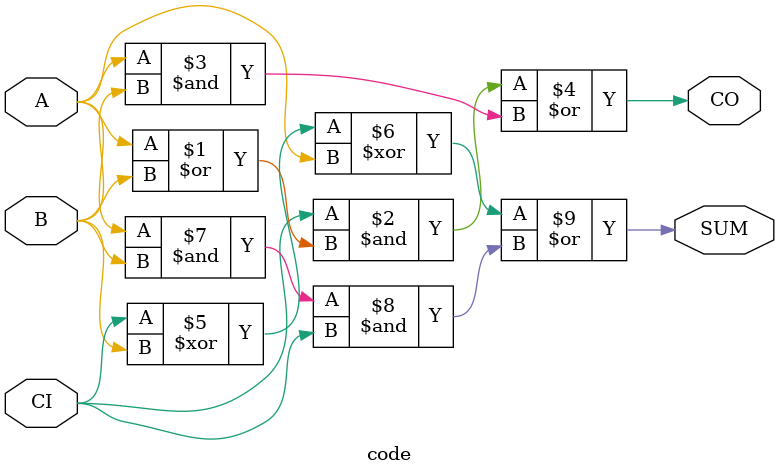
<source format=v>
`timescale 1ns / 1ps


module code(
    input A,
    input B,
    input CI,
    output  SUM,
    output  CO
    );
    
   assign CO = CI & (A | B) | (A & B);
   assign SUM = (CI ^ B ^ A) | (A & B & CI);
    
  
endmodule

</source>
